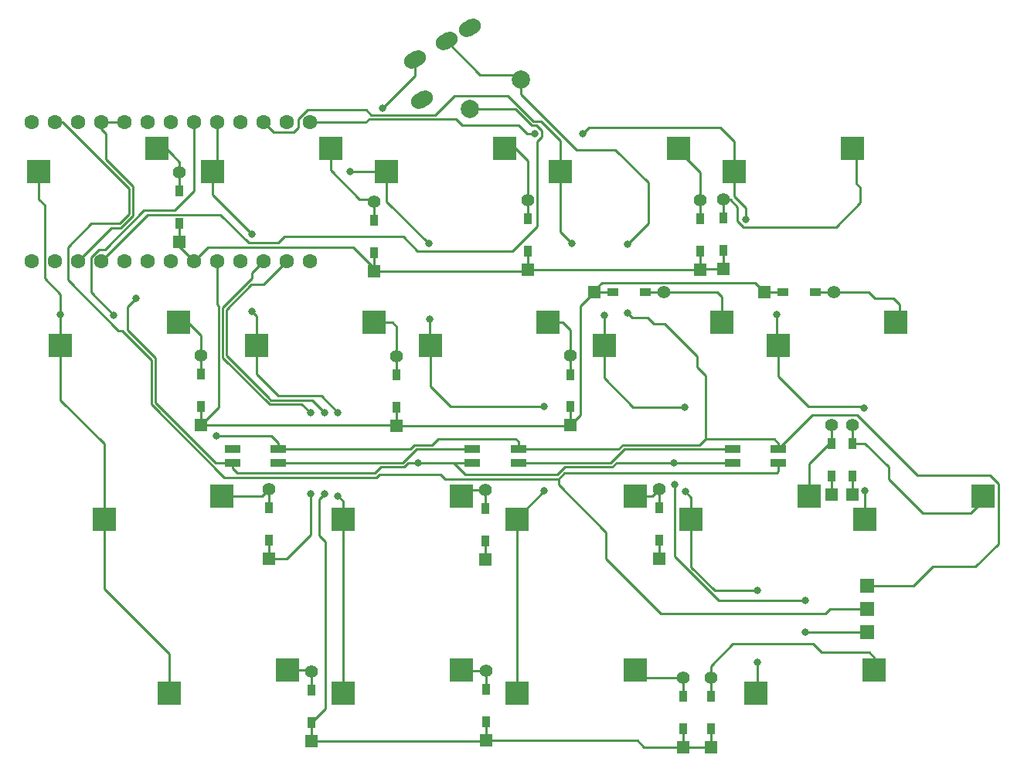
<source format=gbr>
G04 #@! TF.GenerationSoftware,KiCad,Pcbnew,7.0.8*
G04 #@! TF.CreationDate,2024-02-12T18:05:53+09:00*
G04 #@! TF.ProjectId,cool939v2,636f6f6c-3933-4397-9632-2e6b69636164,rev?*
G04 #@! TF.SameCoordinates,Original*
G04 #@! TF.FileFunction,Copper,L2,Bot*
G04 #@! TF.FilePolarity,Positive*
%FSLAX46Y46*%
G04 Gerber Fmt 4.6, Leading zero omitted, Abs format (unit mm)*
G04 Created by KiCad (PCBNEW 7.0.8) date 2024-02-12 18:05:53*
%MOMM*%
%LPD*%
G01*
G04 APERTURE LIST*
G04 Aperture macros list*
%AMHorizOval*
0 Thick line with rounded ends*
0 $1 width*
0 $2 $3 position (X,Y) of the first rounded end (center of the circle)*
0 $4 $5 position (X,Y) of the second rounded end (center of the circle)*
0 Add line between two ends*
20,1,$1,$2,$3,$4,$5,0*
0 Add two circle primitives to create the rounded ends*
1,1,$1,$2,$3*
1,1,$1,$4,$5*%
G04 Aperture macros list end*
G04 #@! TA.AperFunction,ComponentPad*
%ADD10C,1.600000*%
G04 #@! TD*
G04 #@! TA.AperFunction,ComponentPad*
%ADD11R,1.397000X1.397000*%
G04 #@! TD*
G04 #@! TA.AperFunction,SMDPad,CuDef*
%ADD12R,0.950000X1.300000*%
G04 #@! TD*
G04 #@! TA.AperFunction,ComponentPad*
%ADD13C,1.397000*%
G04 #@! TD*
G04 #@! TA.AperFunction,SMDPad,CuDef*
%ADD14R,1.300000X0.950000*%
G04 #@! TD*
G04 #@! TA.AperFunction,SMDPad,CuDef*
%ADD15R,2.550000X2.500000*%
G04 #@! TD*
G04 #@! TA.AperFunction,ComponentPad*
%ADD16HorizOval,1.700000X0.346410X0.200000X-0.346410X-0.200000X0*%
G04 #@! TD*
G04 #@! TA.AperFunction,SMDPad,CuDef*
%ADD17R,1.800000X0.820000*%
G04 #@! TD*
G04 #@! TA.AperFunction,ComponentPad*
%ADD18C,2.000000*%
G04 #@! TD*
G04 #@! TA.AperFunction,SMDPad,CuDef*
%ADD19R,1.524000X1.524000*%
G04 #@! TD*
G04 #@! TA.AperFunction,ViaPad*
%ADD20C,0.800000*%
G04 #@! TD*
G04 #@! TA.AperFunction,Conductor*
%ADD21C,0.250000*%
G04 #@! TD*
G04 APERTURE END LIST*
D10*
X23240000Y7990000D03*
X25780000Y7990000D03*
X33400000Y7990000D03*
X35940000Y7990000D03*
X38480000Y7990000D03*
X41020000Y7990000D03*
X43560000Y7990000D03*
X46100000Y7990000D03*
X48640000Y7990000D03*
X51180000Y7990000D03*
X20700000Y7990000D03*
X20700000Y-7250000D03*
X46100000Y-7250000D03*
X51180000Y-7250000D03*
X43560000Y-7250000D03*
X48640000Y-7250000D03*
X41020000Y-7250000D03*
X38480000Y-7250000D03*
X35940000Y-7250000D03*
X33400000Y-7250000D03*
X30860000Y-7250000D03*
X28320000Y-7250000D03*
X25780000Y-7250000D03*
X23240000Y-7250000D03*
X28320000Y7990000D03*
X30860000Y7990000D03*
D11*
X36880000Y-5150000D03*
D12*
X36880000Y-3115000D03*
X36880000Y435000D03*
D13*
X36880000Y2470000D03*
D11*
X58200000Y-8320000D03*
D12*
X58200000Y-6285000D03*
X58200000Y-2735000D03*
D13*
X58200000Y-700000D03*
D11*
X75040000Y-8180000D03*
D12*
X75040000Y-6145000D03*
X75040000Y-2595000D03*
D13*
X75040000Y-560000D03*
D11*
X93900000Y-8210000D03*
D12*
X93900000Y-6175000D03*
X93900000Y-2625000D03*
D13*
X93900000Y-590000D03*
D11*
X96480000Y-8120000D03*
D12*
X96480000Y-6085000D03*
X96480000Y-2535000D03*
D13*
X96480000Y-500000D03*
D11*
X60690000Y-25280000D03*
D12*
X60690000Y-23245000D03*
X60690000Y-19695000D03*
D13*
X60690000Y-17660000D03*
D11*
X79700000Y-25230000D03*
D12*
X79700000Y-23195000D03*
X79700000Y-19645000D03*
D13*
X79700000Y-17610000D03*
D11*
X82340000Y-10620000D03*
D14*
X84375000Y-10620000D03*
X87925000Y-10620000D03*
D13*
X89960000Y-10620000D03*
D11*
X100930000Y-10620000D03*
D14*
X102965000Y-10620000D03*
X106515000Y-10620000D03*
D13*
X108550000Y-10620000D03*
D11*
X70360000Y-39910000D03*
D12*
X70360000Y-37875000D03*
X70360000Y-34325000D03*
D13*
X70360000Y-32290000D03*
D11*
X89480000Y-39850000D03*
D12*
X89480000Y-37815000D03*
X89480000Y-34265000D03*
D13*
X89480000Y-32230000D03*
D11*
X108370000Y-32770000D03*
D12*
X108370000Y-30735000D03*
X108370000Y-27185000D03*
D13*
X108370000Y-25150000D03*
D11*
X110630000Y-32770000D03*
D12*
X110630000Y-30735000D03*
X110630000Y-27185000D03*
D13*
X110630000Y-25150000D03*
D11*
X51350000Y-59820000D03*
D12*
X51350000Y-57785000D03*
X51350000Y-54235000D03*
D13*
X51350000Y-52200000D03*
D11*
X70460000Y-59750000D03*
D12*
X70460000Y-57715000D03*
X70460000Y-54165000D03*
D13*
X70460000Y-52130000D03*
D11*
X92090000Y-60490000D03*
D12*
X92090000Y-58455000D03*
X92090000Y-54905000D03*
D13*
X92090000Y-52870000D03*
D11*
X39220000Y-25200000D03*
D12*
X39220000Y-23165000D03*
X39220000Y-19615000D03*
D13*
X39220000Y-17580000D03*
D11*
X46730000Y-39820000D03*
D12*
X46730000Y-37785000D03*
X46730000Y-34235000D03*
D13*
X46730000Y-32200000D03*
D11*
X95100000Y-60490000D03*
D12*
X95100000Y-58455000D03*
X95100000Y-54905000D03*
D13*
X95100000Y-52870000D03*
D15*
X34417000Y5080000D03*
X21490000Y2540000D03*
X53467000Y5080000D03*
X40540000Y2540000D03*
X72517000Y5080000D03*
X59590000Y2540000D03*
X91567000Y5080000D03*
X78640000Y2540000D03*
X110617000Y5080000D03*
X97690000Y2540000D03*
X58229500Y-13970000D03*
X45302500Y-16510000D03*
X77279500Y-13970000D03*
X64352500Y-16510000D03*
X96329500Y-13970000D03*
X83402500Y-16510000D03*
X115379500Y-13970000D03*
X102452500Y-16510000D03*
X67754500Y-33020000D03*
X54827500Y-35560000D03*
X86804500Y-33020000D03*
X73877500Y-35560000D03*
X105854500Y-33020000D03*
X92927500Y-35560000D03*
X124904500Y-33020000D03*
X111977500Y-35560000D03*
X48704500Y-52070000D03*
X35777500Y-54610000D03*
X67754500Y-52070000D03*
X54827500Y-54610000D03*
X86804500Y-52070000D03*
X73877500Y-54610000D03*
X36798000Y-13970000D03*
X23871000Y-16510000D03*
X41561000Y-33020000D03*
X28634000Y-35560000D03*
X112998500Y-52070000D03*
X100071500Y-54610000D03*
D16*
X62679938Y14858653D03*
X66144040Y16858653D03*
X68742116Y18358653D03*
X63480900Y10471347D03*
D17*
X97520000Y-27840000D03*
X102520000Y-27840000D03*
X102520000Y-29340000D03*
X97520000Y-29340000D03*
X42720000Y-27830000D03*
X47720000Y-27830000D03*
X47720000Y-29330000D03*
X42720000Y-29330000D03*
D18*
X68695417Y9435000D03*
X74324583Y12685000D03*
D17*
X69000000Y-27850000D03*
X74000000Y-27850000D03*
X74000000Y-29350000D03*
X69000000Y-29350000D03*
D19*
X112230000Y-42790000D03*
X112230000Y-45330000D03*
X112230000Y-47870000D03*
D20*
X29710000Y-13130000D03*
X23871000Y-13040000D03*
X63040000Y-29350000D03*
X32095000Y-11335000D03*
X51230000Y-23860000D03*
X51270000Y-32720000D03*
X52790000Y-23800000D03*
X52790000Y-32720000D03*
X85960000Y-12940000D03*
X40960000Y-26370000D03*
X85960000Y-5340000D03*
X105470000Y-44420000D03*
X105450000Y-47880000D03*
X59140000Y9550000D03*
X91130000Y-31700000D03*
X91090000Y-29340000D03*
X54220000Y-23800000D03*
X44840000Y-12780000D03*
X44790000Y-4250000D03*
X54270000Y-32970000D03*
X76870000Y-32410000D03*
X64220000Y-5290000D03*
X76870000Y-23190000D03*
X55590000Y2540000D03*
X64290000Y-13600000D03*
X92300000Y-32490000D03*
X100240000Y-51190000D03*
X100240000Y-43320000D03*
X79900000Y-5250000D03*
X83420000Y-13130000D03*
X92240000Y-23210000D03*
X111940000Y-32410000D03*
X98950000Y-2670000D03*
X75850000Y6760000D03*
X81040000Y6730000D03*
X111920000Y-23310000D03*
X102290000Y-13110000D03*
D21*
X53712000Y7991400D02*
X53710600Y7990000D01*
X53710600Y7990000D02*
X51180000Y7990000D01*
X52474190Y9320000D02*
X54800000Y9320000D01*
X54800000Y9320000D02*
X57340000Y9320000D01*
X49943878Y8337756D02*
X50926122Y9320000D01*
X46100000Y7990000D02*
X47225000Y6865000D01*
X49943878Y7420000D02*
X49943878Y8337756D01*
X47225000Y6865000D02*
X49388878Y6865000D01*
X49388878Y6865000D02*
X49943878Y7420000D01*
X50926122Y9320000D02*
X54800000Y9320000D01*
X41020000Y7990000D02*
X41020000Y3020000D01*
X41020000Y3020000D02*
X40540000Y2540000D01*
X27190000Y-10610000D02*
X29710000Y-13130000D01*
X27190000Y-6796122D02*
X27190000Y-10610000D01*
X23871000Y-16510000D02*
X23871000Y-13040000D01*
X23871000Y-13040000D02*
X23871000Y-10890000D01*
X32976396Y-1690000D02*
X28716396Y-5950000D01*
X36339620Y-1690000D02*
X32976396Y-1690000D01*
X38480000Y450380D02*
X36339620Y-1690000D01*
X28036122Y-5950000D02*
X27190000Y-6796122D01*
X28716396Y-5950000D02*
X28036122Y-5950000D01*
X38480000Y7990000D02*
X38480000Y450380D01*
X41360000Y-2140000D02*
X44450000Y-5230000D01*
X61420000Y-4570000D02*
X62970000Y-6120000D01*
X76023013Y7659989D02*
X75453600Y7659990D01*
X44450000Y-5230000D02*
X47710000Y-5230000D01*
X47710000Y-5230000D02*
X48370000Y-4570000D01*
X48370000Y-4570000D02*
X61420000Y-4570000D01*
X73678590Y9435000D02*
X68695417Y9435000D01*
X62970000Y-6120000D02*
X73354998Y-6120000D01*
X73354998Y-6120000D02*
X76063501Y-3411497D01*
X76063501Y-3411497D02*
X76063501Y-226499D01*
X33430000Y-2140000D02*
X41360000Y-2140000D01*
X76063501Y-226499D02*
X76064999Y-225001D01*
X28320000Y-7250000D02*
X33430000Y-2140000D01*
X76064999Y-225001D02*
X76064999Y5901997D01*
X76064999Y5901997D02*
X76575001Y6411999D01*
X76575001Y6411999D02*
X76575001Y7108001D01*
X76575001Y7108001D02*
X76023013Y7659989D01*
X75453600Y7659990D02*
X73678590Y9435000D01*
X48640000Y-7250000D02*
X46075000Y-9815000D01*
X42060020Y-12539980D02*
X42060020Y-17596430D01*
X46075000Y-9815000D02*
X44785000Y-9815000D01*
X42060020Y-17596430D02*
X45071795Y-20608205D01*
X44785000Y-9815000D02*
X42060020Y-12539980D01*
X46100000Y-7250000D02*
X44800610Y-8549390D01*
X44800610Y-8549390D02*
X44800610Y-9129990D01*
X41020000Y-7250000D02*
X41020000Y-11994190D01*
X41020000Y-11994190D02*
X41160000Y-12134190D01*
X43020000Y-5740000D02*
X39990000Y-5740000D01*
X39990000Y-5740000D02*
X38480000Y-7250000D01*
X36880000Y-5150000D02*
X36880000Y-5650000D01*
X36880000Y-5650000D02*
X38480000Y-7250000D01*
X30860000Y7990000D02*
X28320000Y7990000D01*
X28320000Y7990000D02*
X28320000Y7239998D01*
X28320000Y7239998D02*
X28789999Y6769999D01*
X26950000Y-6080000D02*
X27392000Y-5638000D01*
X25780000Y-7250000D02*
X26950000Y-6080000D01*
X30430000Y-3600000D02*
X31810000Y-2220000D01*
X26950000Y-6080000D02*
X29430000Y-3600000D01*
X29430000Y-3600000D02*
X30430000Y-3600000D01*
X78426410Y-31090000D02*
X65963502Y-31090000D01*
X41814822Y-30915020D02*
X33788096Y-22888294D01*
X24123588Y7990000D02*
X23240000Y7990000D01*
X65473502Y-30600000D02*
X58806410Y-30600000D01*
X58491390Y-30915020D02*
X41814822Y-30915020D01*
X58806410Y-30600000D02*
X58491390Y-30915020D01*
X33788096Y-22888294D02*
X33788096Y-18044506D01*
X30707588Y1410000D02*
X30703588Y1410000D01*
X33788096Y-18044506D02*
X30588591Y-14845001D01*
X30588591Y-14845001D02*
X30194999Y-14845001D01*
X30194999Y-14845001D02*
X24655000Y-9305002D01*
X24655000Y-9305002D02*
X24655000Y-5675000D01*
X65963502Y-31090000D02*
X65473502Y-30600000D01*
X24655000Y-5675000D02*
X27248205Y-3081795D01*
X27248205Y-3081795D02*
X30311795Y-3081795D01*
X30311795Y-3081795D02*
X31359990Y-2033600D01*
X31359990Y-2033600D02*
X31359990Y757598D01*
X31359990Y757598D02*
X30707588Y1410000D01*
X30703588Y1410000D02*
X24123588Y7990000D01*
X66920000Y-29350000D02*
X63040000Y-29350000D01*
X63040000Y-29350000D02*
X61966410Y-29350000D01*
X31170999Y-12259001D02*
X32095000Y-11335000D01*
X23871000Y-10890000D02*
X22115000Y-9134000D01*
X22115000Y-9134000D02*
X22115000Y-1085000D01*
X22115000Y-1085000D02*
X21490000Y-460000D01*
X21490000Y-460000D02*
X21490000Y2540000D01*
X36880000Y3633000D02*
X36195000Y4318000D01*
X35433000Y5080000D02*
X36195000Y4318000D01*
X36880000Y2230000D02*
X36880000Y195000D01*
X34417000Y4693000D02*
X34417000Y5080000D01*
X36880000Y2470000D02*
X36880000Y435000D01*
X36880000Y2470000D02*
X36880000Y3633000D01*
X34417000Y5080000D02*
X35433000Y5080000D01*
X58200000Y-700000D02*
X58200000Y-2735000D01*
X56640000Y-450000D02*
X53467000Y2723000D01*
X53467000Y2723000D02*
X53467000Y5080000D01*
X57950000Y-450000D02*
X58200000Y-700000D01*
X56640000Y-450000D02*
X57950000Y-450000D01*
X58200000Y-700000D02*
X58200000Y-510000D01*
X75040000Y3750000D02*
X75040000Y-560000D01*
X72517000Y5080000D02*
X73710000Y5080000D01*
X75040000Y-560000D02*
X75040000Y-2595000D01*
X73710000Y5080000D02*
X75040000Y3750000D01*
X93900000Y2510000D02*
X91567000Y4843000D01*
X93900000Y-2625000D02*
X93900000Y-590000D01*
X91567000Y4843000D02*
X91567000Y5080000D01*
X93900000Y-590000D02*
X93900000Y2510000D01*
X98686998Y-3480000D02*
X98040000Y-2833002D01*
X111055001Y4641999D02*
X111055001Y1284999D01*
X98040000Y-2833002D02*
X98040000Y-1340000D01*
X111055001Y1284999D02*
X111500000Y840000D01*
X108850000Y-3480000D02*
X98686998Y-3480000D01*
X110617000Y5080000D02*
X111055001Y4641999D01*
X96480000Y-500000D02*
X96480000Y-2535000D01*
X111500000Y-830000D02*
X108850000Y-3480000D01*
X98040000Y-1340000D02*
X97200000Y-500000D01*
X111500000Y840000D02*
X111500000Y-830000D01*
X97200000Y-500000D02*
X96480000Y-500000D01*
X60690000Y-17660000D02*
X60690000Y-19695000D01*
X60250000Y-13970000D02*
X60690000Y-14410000D01*
X60690000Y-14410000D02*
X60690000Y-17660000D01*
X58229500Y-13970000D02*
X60250000Y-13970000D01*
X78890000Y-13970000D02*
X79700000Y-14780000D01*
X79700000Y-17610000D02*
X79700000Y-19645000D01*
X77279500Y-13970000D02*
X78890000Y-13970000D01*
X79700000Y-14780000D02*
X79700000Y-17610000D01*
X96329500Y-11119500D02*
X96329500Y-13970000D01*
X87925000Y-10620000D02*
X89960000Y-10620000D01*
X95830000Y-10620000D02*
X96329500Y-11119500D01*
X89960000Y-10620000D02*
X95830000Y-10620000D01*
X112380000Y-10620000D02*
X113050000Y-11290000D01*
X115810000Y-12000000D02*
X115810000Y-13539500D01*
X108550000Y-10620000D02*
X112380000Y-10620000D01*
X115100000Y-11290000D02*
X115810000Y-12000000D01*
X113050000Y-11290000D02*
X115100000Y-11290000D01*
X115810000Y-13539500D02*
X115379500Y-13970000D01*
X106515000Y-10620000D02*
X108550000Y-10620000D01*
X70360000Y-32290000D02*
X70360000Y-34325000D01*
X70360000Y-32290000D02*
X68484500Y-32290000D01*
X68484500Y-32290000D02*
X67754500Y-33020000D01*
X89480000Y-32230000D02*
X89480000Y-34265000D01*
X88690000Y-33020000D02*
X89480000Y-32230000D01*
X86804500Y-33020000D02*
X88690000Y-33020000D01*
X87480000Y-33020000D02*
X86804500Y-33020000D01*
X108370000Y-25150000D02*
X108370000Y-27185000D01*
X105854500Y-33020000D02*
X106870500Y-33020000D01*
X108370000Y-27185000D02*
X108115000Y-27185000D01*
X105854500Y-29445500D02*
X105854500Y-33020000D01*
X108115000Y-27185000D02*
X105854500Y-29445500D01*
X105854500Y-33020000D02*
X106800000Y-33020000D01*
X125342501Y-33458001D02*
X124904500Y-33020000D01*
X124904500Y-33505500D02*
X123564999Y-34845001D01*
X123564999Y-34845001D02*
X118335001Y-34845001D01*
X118335001Y-34845001D02*
X114580000Y-31090000D01*
X114580000Y-31090000D02*
X114580000Y-29780000D01*
X124904500Y-33020000D02*
X124904500Y-33505500D01*
X111985000Y-27185000D02*
X114580000Y-29780000D01*
X110630000Y-27185000D02*
X111985000Y-27185000D01*
X110630000Y-25150000D02*
X110630000Y-27185000D01*
X48704500Y-52070000D02*
X51220000Y-52070000D01*
X51350000Y-52200000D02*
X51350000Y-54235000D01*
X51220000Y-52070000D02*
X51350000Y-52200000D01*
X70460000Y-52130000D02*
X70460000Y-54165000D01*
X67814500Y-52130000D02*
X67754500Y-52070000D01*
X70460000Y-52130000D02*
X67814500Y-52130000D01*
X92090000Y-52870000D02*
X87604500Y-52870000D01*
X92090000Y-54905000D02*
X92090000Y-52870000D01*
X87604500Y-52870000D02*
X86804500Y-52070000D01*
X39220000Y-15400000D02*
X39220000Y-17580000D01*
X37790000Y-13970000D02*
X39220000Y-15400000D01*
X39220000Y-17580000D02*
X39220000Y-19615000D01*
X36798000Y-13970000D02*
X37790000Y-13970000D01*
X46730000Y-32200000D02*
X46730000Y-34235000D01*
X46540000Y-33730000D02*
X46790000Y-33730000D01*
X41561000Y-33020000D02*
X45910000Y-33020000D01*
X45910000Y-33020000D02*
X46730000Y-32200000D01*
X97480000Y-49190000D02*
X106270000Y-49190000D01*
X112457000Y-50110000D02*
X112998500Y-50651500D01*
X112998500Y-50651500D02*
X112998500Y-52070000D01*
X106270000Y-49190000D02*
X107190000Y-50110000D01*
X95100000Y-52870000D02*
X95100000Y-51570000D01*
X95100000Y-51570000D02*
X97480000Y-49190000D01*
X107190000Y-50110000D02*
X112457000Y-50110000D01*
X95100000Y-54905000D02*
X95100000Y-52870000D01*
X55940000Y-5740000D02*
X58200000Y-8000000D01*
X41092000Y-6852000D02*
X41108000Y-6852000D01*
X93990000Y-8120000D02*
X93900000Y-8210000D01*
X93900000Y-8210000D02*
X93900000Y-6175000D01*
X58200000Y-8000000D02*
X58200000Y-8320000D01*
X96480000Y-8120000D02*
X93990000Y-8120000D01*
X74900000Y-8320000D02*
X75040000Y-8180000D01*
X93900000Y-8210000D02*
X93690000Y-8210000D01*
X75040000Y-8180000D02*
X93660000Y-8180000D01*
X42500600Y-5740000D02*
X43020000Y-5740000D01*
X36880000Y-3355000D02*
X36880000Y-5390000D01*
X75040000Y-6145000D02*
X75040000Y-8180000D01*
X58200000Y-6285000D02*
X58200000Y-8320000D01*
X93690000Y-8210000D02*
X93660000Y-8180000D01*
X43020000Y-5740000D02*
X43390000Y-5740000D01*
X43390000Y-5740000D02*
X55940000Y-5740000D01*
X58200000Y-8320000D02*
X74900000Y-8320000D01*
X96480000Y-8120000D02*
X96480000Y-6085000D01*
X41092000Y-7758600D02*
X41092000Y-6852000D01*
X39230000Y-25200000D02*
X39220000Y-25200000D01*
X41160000Y-12630000D02*
X41160000Y-23270000D01*
X82340000Y-10620000D02*
X80827499Y-12132501D01*
X80830000Y-24100000D02*
X79700000Y-25230000D01*
X79650000Y-25280000D02*
X79700000Y-25230000D01*
X100930000Y-10620000D02*
X102965000Y-10620000D01*
X60690000Y-23245000D02*
X60690000Y-25280000D01*
X82340000Y-10410000D02*
X83153501Y-9596499D01*
X79700000Y-23195000D02*
X79700000Y-25230000D01*
X80827499Y-12132501D02*
X80827499Y-23422501D01*
X82340000Y-10620000D02*
X82340000Y-10410000D01*
X41160000Y-23270000D02*
X39230000Y-25200000D01*
X82340000Y-10620000D02*
X84375000Y-10620000D01*
X39220000Y-25200000D02*
X60610000Y-25200000D01*
X39220000Y-23165000D02*
X39220000Y-25200000D01*
X60610000Y-25200000D02*
X60690000Y-25280000D01*
X83153501Y-9596499D02*
X99906499Y-9596499D01*
X80830000Y-23425002D02*
X80830000Y-24100000D01*
X60690000Y-25280000D02*
X79650000Y-25280000D01*
X41160000Y-12134190D02*
X41160000Y-12630000D01*
X80827499Y-23422501D02*
X80830000Y-23425002D01*
X99906499Y-9596499D02*
X100930000Y-10620000D01*
X108370000Y-30735000D02*
X108370000Y-32770000D01*
X89480000Y-37815000D02*
X89480000Y-39850000D01*
X44800610Y-9129990D02*
X44390300Y-9540300D01*
X44537000Y-9393600D02*
X44390300Y-9540300D01*
X42925300Y-11005300D02*
X41610010Y-12320590D01*
X43325300Y-10605300D02*
X42925300Y-11005300D01*
X51270000Y-37220000D02*
X51270000Y-32720000D01*
X110630000Y-30735000D02*
X110630000Y-32770000D01*
X46730000Y-39820000D02*
X48670000Y-39820000D01*
X48670000Y-39820000D02*
X51270000Y-37220000D01*
X46730000Y-37785000D02*
X46730000Y-39820000D01*
X46737180Y-22910000D02*
X50280000Y-22910000D01*
X41610010Y-17782830D02*
X46737180Y-22910000D01*
X50280000Y-22910000D02*
X51230000Y-23860000D01*
X41610010Y-12320590D02*
X41610010Y-17782830D01*
X44390300Y-9540300D02*
X42925300Y-11005300D01*
X70360000Y-37875000D02*
X70360000Y-39910000D01*
X48285088Y-22440000D02*
X51430000Y-22440000D01*
X87050000Y-59750000D02*
X87790000Y-60490000D01*
X48285088Y-22440000D02*
X46903590Y-22440000D01*
X51430000Y-22440000D02*
X52790000Y-23800000D01*
X44852491Y-20388901D02*
X45071795Y-20608205D01*
X92090000Y-60490000D02*
X95100000Y-60490000D01*
X52790000Y-32720000D02*
X52190000Y-33320000D01*
X70460000Y-59750000D02*
X70460000Y-57715000D01*
X92090000Y-58455000D02*
X92090000Y-60490000D01*
X70390000Y-59820000D02*
X70460000Y-59750000D01*
X52362500Y-56772500D02*
X51350000Y-57785000D01*
X45071795Y-20608205D02*
X46401795Y-21938205D01*
X46401795Y-21938205D02*
X46721795Y-22258205D01*
X87790000Y-60490000D02*
X92090000Y-60490000D01*
X51350000Y-57785000D02*
X51350000Y-59820000D01*
X46903590Y-22440000D02*
X46401795Y-21938205D01*
X52190000Y-33320000D02*
X52190000Y-37320000D01*
X91840000Y-60740000D02*
X92090000Y-60490000D01*
X51350000Y-59820000D02*
X70390000Y-59820000D01*
X52870000Y-38000000D02*
X52870000Y-56265000D01*
X95100000Y-60490000D02*
X95100000Y-58455000D01*
X52870000Y-56265000D02*
X52362500Y-56772500D01*
X70460000Y-59750000D02*
X87050000Y-59750000D01*
X52820000Y-56315000D02*
X52362500Y-56772500D01*
X52190000Y-37320000D02*
X52870000Y-38000000D01*
X84610000Y4990000D02*
X88230000Y1370000D01*
X102520000Y-27180000D02*
X102044990Y-26704990D01*
X119404301Y-40720000D02*
X124090000Y-40720000D01*
X74000000Y-27850000D02*
X74000000Y-26990000D01*
X31810000Y-2220000D02*
X31810000Y943998D01*
X46920000Y-26370000D02*
X40960000Y-26370000D01*
X94505010Y-26704990D02*
X93820010Y-27389990D01*
X62643599Y-27399991D02*
X62213590Y-27830000D01*
X117720000Y-30700000D02*
X111146499Y-24126499D01*
X88230000Y1370000D02*
X88230000Y-3070000D01*
X88200749Y-13459251D02*
X86479251Y-13459251D01*
X84993590Y-27850000D02*
X74000000Y-27850000D01*
X102520000Y-27840000D02*
X102520000Y-27180000D01*
X74000000Y-26990000D02*
X73724990Y-26714990D01*
X64570010Y-27399990D02*
X62643599Y-27399991D01*
X93820010Y-27389990D02*
X85453599Y-27389991D01*
X80350000Y4990000D02*
X84610000Y4990000D01*
X47720000Y-27830000D02*
X47720000Y-27170000D01*
X111146499Y-24126499D02*
X106233501Y-24126499D01*
X102044990Y-26704990D02*
X94505010Y-26704990D01*
X85453599Y-27389991D02*
X84993590Y-27850000D01*
X90054251Y-14114251D02*
X88855749Y-14114251D01*
X65255010Y-26714990D02*
X64570010Y-27399990D01*
X28793999Y3959999D02*
X28789999Y3959999D01*
X88230000Y-3070000D02*
X85960000Y-5340000D01*
X74324583Y12685000D02*
X74324583Y11015417D01*
X62213590Y-27830000D02*
X47720000Y-27830000D01*
X73839583Y13170000D02*
X74324583Y12685000D01*
X47720000Y-27170000D02*
X46920000Y-26370000D01*
X126600000Y-38210000D02*
X126600000Y-31605498D01*
X69832693Y13170000D02*
X73839583Y13170000D01*
X30295398Y7701400D02*
X30932000Y7701400D01*
X93575749Y-17635749D02*
X90054251Y-14114251D01*
X94505010Y-19763512D02*
X94505010Y-26704990D01*
X124090000Y-40720000D02*
X126600000Y-38210000D01*
X66144040Y16858653D02*
X69832693Y13170000D01*
X74324583Y11015417D02*
X80350000Y4990000D01*
X73724990Y-26714990D02*
X65255010Y-26714990D01*
X31810000Y943998D02*
X28793999Y3959999D01*
X112230000Y-42790000D02*
X117334300Y-42790000D01*
X125694502Y-30700000D02*
X117720000Y-30700000D01*
X88200749Y-13459251D02*
X88855749Y-14114251D01*
X93575749Y-18834251D02*
X94505010Y-19763512D01*
X93575749Y-18834251D02*
X93575749Y-17635749D01*
X126600000Y-31605498D02*
X125694502Y-30700000D01*
X86479251Y-13459251D02*
X85960000Y-12940000D01*
X106233501Y-24126499D02*
X102520000Y-27840000D01*
X28789999Y3959999D02*
X28789999Y6769999D01*
X118237150Y-41887150D02*
X119404301Y-40720000D01*
X30011400Y7991400D02*
X30852000Y7991400D01*
X117334300Y-42790000D02*
X118237150Y-41887150D01*
X69000000Y-29350000D02*
X66920000Y-29350000D01*
X42720000Y-29330000D02*
X42720000Y-29420000D01*
X97520000Y-29340000D02*
X91090000Y-29340000D01*
X62679938Y13089938D02*
X59140000Y9550000D01*
X102530000Y-44410000D02*
X95973590Y-44410000D01*
X79079990Y-29800010D02*
X78260000Y-30620000D01*
X78260000Y-30620000D02*
X68190000Y-30620000D01*
X42750000Y-29450000D02*
X42750000Y-29960000D01*
X42720000Y-29330000D02*
X40866212Y-29330000D01*
X58304990Y-30465010D02*
X58989990Y-29780010D01*
X43255010Y-30465010D02*
X58304990Y-30465010D01*
X105450000Y-47880000D02*
X112220000Y-47880000D01*
X112220000Y-47880000D02*
X112230000Y-47870000D01*
X42720000Y-29420000D02*
X42750000Y-29450000D01*
X102710000Y-44410000D02*
X102530000Y-44410000D01*
X102530000Y-44410000D02*
X105460000Y-44410000D01*
X34238106Y-22701894D02*
X34238106Y-17858106D01*
X34238106Y-17858106D02*
X31170999Y-14790999D01*
X58989990Y-29780010D02*
X61536401Y-29780009D01*
X84316400Y-29800010D02*
X79079990Y-29800010D01*
X91090000Y-29340000D02*
X84776410Y-29340000D01*
X61966410Y-29350000D02*
X61536401Y-29780009D01*
X105460000Y-44410000D02*
X105470000Y-44420000D01*
X40866212Y-29330000D02*
X34238106Y-22701894D01*
X31170999Y-14790999D02*
X31170999Y-12259001D01*
X42750000Y-29960000D02*
X43255010Y-30465010D01*
X95973590Y-44410000D02*
X91130000Y-39566410D01*
X68190000Y-30620000D02*
X66920000Y-29350000D01*
X91130000Y-39566410D02*
X91130000Y-31700000D01*
X62679938Y14858653D02*
X62679938Y13089938D01*
X84776410Y-29340000D02*
X84316400Y-29800010D01*
X85640000Y-27840000D02*
X97520000Y-27840000D01*
X84130000Y-29350000D02*
X85640000Y-27840000D01*
X74000000Y-29350000D02*
X84130000Y-29350000D01*
X83640000Y-36930000D02*
X78426410Y-31716410D01*
X107630000Y-45850000D02*
X89650000Y-45850000D01*
X89650000Y-45850000D02*
X83640000Y-39840000D01*
X83640000Y-39840000D02*
X83640000Y-36930000D01*
X78426410Y-31716410D02*
X78426410Y-31090000D01*
X102520000Y-30260000D02*
X102304990Y-30475010D01*
X79041400Y-30475010D02*
X78426410Y-31090000D01*
X112230000Y-45330000D02*
X108150000Y-45330000D01*
X108150000Y-45330000D02*
X107630000Y-45850000D01*
X102304990Y-30475010D02*
X79041400Y-30475010D01*
X102520000Y-29340000D02*
X102520000Y-30260000D01*
X47720000Y-29330000D02*
X61350000Y-29330000D01*
X62830000Y-27850000D02*
X69000000Y-27850000D01*
X61350000Y-29330000D02*
X62830000Y-27850000D01*
X23871000Y-22441000D02*
X28634000Y-27204000D01*
X28634000Y-27204000D02*
X28634000Y-35560000D01*
X28634000Y-43114000D02*
X35777500Y-50257500D01*
X35777500Y-50257500D02*
X35777500Y-54610000D01*
X23871000Y-16510000D02*
X23871000Y-22441000D01*
X28634000Y-35560000D02*
X28634000Y-43114000D01*
X54827500Y-41987500D02*
X54827500Y-42842500D01*
X47730000Y-21990000D02*
X52410000Y-21990000D01*
X54827500Y-33527500D02*
X54827500Y-35560000D01*
X44840000Y-12780000D02*
X45302500Y-13242500D01*
X45302500Y-19562500D02*
X47730000Y-21990000D01*
X54270000Y-32970000D02*
X54827500Y-33527500D01*
X40540000Y3400000D02*
X40540000Y2540000D01*
X54827500Y-35560000D02*
X54827500Y-41987500D01*
X40540000Y2540000D02*
X40540000Y1110000D01*
X45302500Y-16510000D02*
X45302500Y-19562500D01*
X40540000Y0D02*
X40540000Y1110000D01*
X45302500Y-13242500D02*
X45302500Y-16510000D01*
X54827500Y-52357500D02*
X54827500Y-54610000D01*
X54827500Y-52357500D02*
X54827500Y-41987500D01*
X44790000Y-4250000D02*
X40540000Y0D01*
X52410000Y-21990000D02*
X54220000Y-23800000D01*
X76870000Y-32410000D02*
X73877500Y-35402500D01*
X64190000Y-5290000D02*
X64220000Y-5290000D01*
X73877500Y-35402500D02*
X73877500Y-35560000D01*
X59590000Y-690000D02*
X64190000Y-5290000D01*
X64290000Y-13600000D02*
X64290000Y-16447500D01*
X59590000Y2540000D02*
X59590000Y-690000D01*
X73877500Y-43127500D02*
X73877500Y-54610000D01*
X66590000Y-23190000D02*
X76870000Y-23190000D01*
X64352500Y-20952500D02*
X66590000Y-23190000D01*
X73960000Y-54527500D02*
X73877500Y-54610000D01*
X59590000Y2540000D02*
X55590000Y2540000D01*
X64352500Y-16510000D02*
X64352500Y-20952500D01*
X73877500Y-35560000D02*
X73877500Y-43127500D01*
X64290000Y-16447500D02*
X64352500Y-16510000D01*
X76490001Y8109999D02*
X78640000Y5960000D01*
X83420000Y-16492500D02*
X83402500Y-16510000D01*
X57340000Y9320000D02*
X57861001Y8798999D01*
X83420000Y-13130000D02*
X83420000Y-16492500D01*
X64928999Y8798999D02*
X67040000Y10910000D01*
X92927500Y-33117500D02*
X92927500Y-35560000D01*
X83402500Y-16482500D02*
X83402500Y-16510000D01*
X86560000Y-23210000D02*
X92240000Y-23210000D01*
X100240000Y-54441500D02*
X100071500Y-54610000D01*
X83402500Y-20052500D02*
X86560000Y-23210000D01*
X92927500Y-35560000D02*
X92927500Y-40727500D01*
X78640000Y5960000D02*
X78640000Y2540000D01*
X75640001Y8109999D02*
X76490001Y8109999D01*
X92927500Y-40727500D02*
X95520000Y-43320000D01*
X67040000Y10910000D02*
X72840000Y10910000D01*
X57861001Y8798999D02*
X64928999Y8798999D01*
X72840000Y10910000D02*
X75640001Y8109999D01*
X78640000Y-3990000D02*
X79900000Y-5250000D01*
X95520000Y-43320000D02*
X100240000Y-43320000D01*
X92300000Y-32490000D02*
X92927500Y-33117500D01*
X83402500Y-16510000D02*
X83402500Y-20052500D01*
X78640000Y2540000D02*
X78640000Y-3990000D01*
X100240000Y-51190000D02*
X100240000Y-54441500D01*
X97690000Y2540000D02*
X97690000Y5890000D01*
X81715001Y7405001D02*
X93115001Y7405001D01*
X111940000Y-32410000D02*
X111940000Y-35522500D01*
X102452500Y-16510000D02*
X102452500Y-19832500D01*
X102452500Y-19832500D02*
X105790000Y-23170000D01*
X97690000Y5890000D02*
X96174999Y7405001D01*
X111940000Y-35522500D02*
X111977500Y-35560000D01*
X98950000Y-2670000D02*
X98950000Y-1380000D01*
X97690000Y840000D02*
X97690000Y2540000D01*
X98950000Y-1380000D02*
X97690000Y-120000D01*
X102290000Y-16347500D02*
X102452500Y-16510000D01*
X67184016Y8348989D02*
X67873016Y7659989D01*
X57674601Y8348989D02*
X67184016Y8348989D01*
X97690000Y-120000D02*
X97690000Y840000D01*
X74960000Y6760000D02*
X75850000Y6760000D01*
X57317012Y7991400D02*
X57674601Y8348989D01*
X93115001Y7405001D02*
X94684999Y7405001D01*
X96174999Y7405001D02*
X93115001Y7405001D01*
X53712000Y7991400D02*
X57317012Y7991400D01*
X105790000Y-23170000D02*
X111780000Y-23170000D01*
X67873016Y7659989D02*
X74060011Y7659989D01*
X81040000Y6730000D02*
X81715001Y7405001D01*
X74060011Y7659989D02*
X74960000Y6760000D01*
X102290000Y-13110000D02*
X102290000Y-16347500D01*
X111780000Y-23170000D02*
X111920000Y-23310000D01*
M02*

</source>
